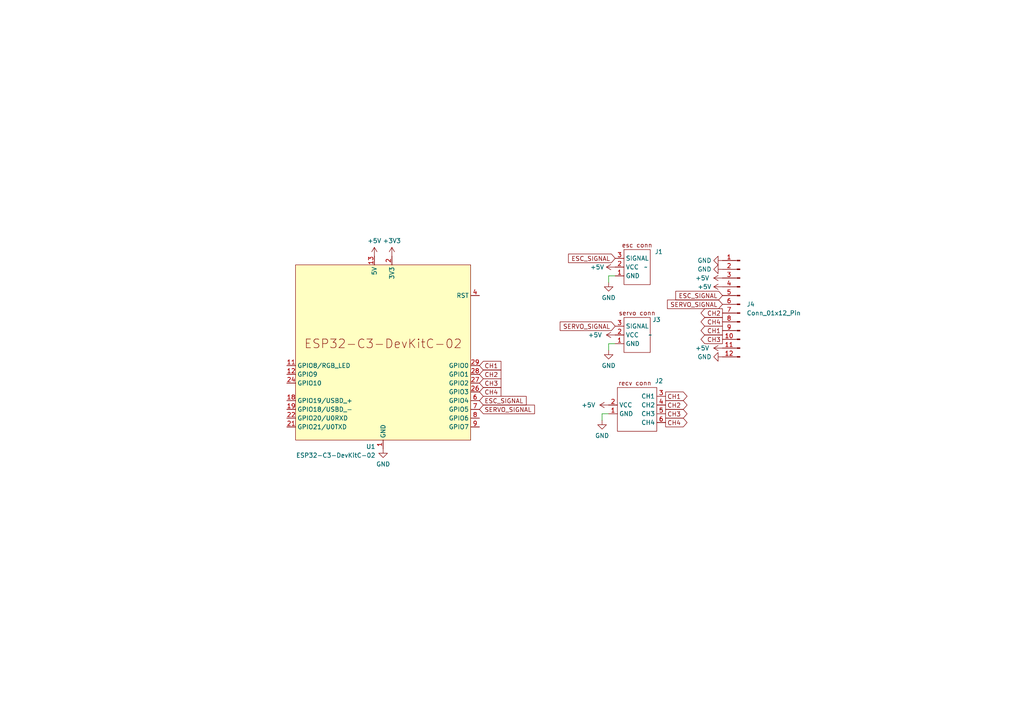
<source format=kicad_sch>
(kicad_sch (version 20230121) (generator eeschema)
  (paper "A4")
  (lib_symbols
    (symbol "Connector:Conn_01x12_Pin" (pin_names (offset 1.016) hide)
      (property "Reference" "J" (at 0 15.24 0))
      (property "Value" "Conn_01x12_Pin" (at 0 -17.78 0))
      (symbol "Conn_01x12_Pin_1_1"
        (polyline (pts (xy 1.27 -15.24) (xy 0.8636 -15.24)) (stroke (width 0.1524)))
        (polyline (pts (xy 1.27 -12.7) (xy 0.8636 -12.7)) (stroke (width 0.1524)))
        (polyline (pts (xy 1.27 -10.16) (xy 0.8636 -10.16)) (stroke (width 0.1524)))
        (polyline (pts (xy 1.27 -7.62) (xy 0.8636 -7.62)) (stroke (width 0.1524)))
        (polyline (pts (xy 1.27 -5.08) (xy 0.8636 -5.08)) (stroke (width 0.1524)))
        (polyline (pts (xy 1.27 -2.54) (xy 0.8636 -2.54)) (stroke (width 0.1524)))
        (polyline (pts (xy 1.27 0) (xy 0.8636 0)) (stroke (width 0.1524)))
        (polyline (pts (xy 1.27 2.54) (xy 0.8636 2.54)) (stroke (width 0.1524)))
        (polyline (pts (xy 1.27 5.08) (xy 0.8636 5.08)) (stroke (width 0.1524)))
        (polyline (pts (xy 1.27 7.62) (xy 0.8636 7.62)) (stroke (width 0.1524)))
        (polyline (pts (xy 1.27 10.16) (xy 0.8636 10.16)) (stroke (width 0.1524)))
        (polyline (pts (xy 1.27 12.7) (xy 0.8636 12.7)) (stroke (width 0.1524)))
        (rectangle (start 0.8636 -15.113) (end 0 -15.367) (stroke (width 0.1524)) (fill (type outline)))
        (rectangle (start 0.8636 -12.573) (end 0 -12.827) (stroke (width 0.1524)) (fill (type outline)))
        (rectangle (start 0.8636 -10.033) (end 0 -10.287) (stroke (width 0.1524)) (fill (type outline)))
        (rectangle (start 0.8636 -7.493) (end 0 -7.747) (stroke (width 0.1524)) (fill (type outline)))
        (rectangle (start 0.8636 -4.953) (end 0 -5.207) (stroke (width 0.1524)) (fill (type outline)))
        (rectangle (start 0.8636 -2.413) (end 0 -2.667) (stroke (width 0.1524)) (fill (type outline)))
        (rectangle (start 0.8636 0.127) (end 0 -0.127) (stroke (width 0.1524)) (fill (type outline)))
        (rectangle (start 0.8636 2.667) (end 0 2.413) (stroke (width 0.1524)) (fill (type outline)))
        (rectangle (start 0.8636 5.207) (end 0 4.953) (stroke (width 0.1524)) (fill (type outline)))
        (rectangle (start 0.8636 7.747) (end 0 7.493) (stroke (width 0.1524)) (fill (type outline)))
        (rectangle (start 0.8636 10.287) (end 0 10.033) (stroke (width 0.1524)) (fill (type outline)))
        (rectangle (start 0.8636 12.827) (end 0 12.573) (stroke (width 0.1524)) (fill (type outline)))
        (pin passive line (at 5.08 12.7 180) (length 3.81) (name "Pin_1") (number "1"))
        (pin passive line (at 5.08 -10.16 180) (length 3.81) (name "Pin_10") (number "10"))
        (pin passive line (at 5.08 -12.7 180) (length 3.81) (name "Pin_11") (number "11"))
        (pin passive line (at 5.08 -15.24 180) (length 3.81) (name "Pin_12") (number "12"))
        (pin passive line (at 5.08 10.16 180) (length 3.81) (name "Pin_2") (number "2"))
        (pin passive line (at 5.08 7.62 180) (length 3.81) (name "Pin_3") (number "3"))
        (pin passive line (at 5.08 5.08 180) (length 3.81) (name "Pin_4") (number "4"))
        (pin passive line (at 5.08 2.54 180) (length 3.81) (name "Pin_5") (number "5"))
        (pin passive line (at 5.08 0 180) (length 3.81) (name "Pin_6") (number "6"))
        (pin passive line (at 5.08 -2.54 180) (length 3.81) (name "Pin_7") (number "7"))
        (pin passive line (at 5.08 -5.08 180) (length 3.81) (name "Pin_8") (number "8"))
        (pin passive line (at 5.08 -7.62 180) (length 3.81) (name "Pin_9") (number "9"))
      )
    )
    (symbol "PCM_Espressif:ESP32-C3-DevKitC-02"
      (property "Reference" "U" (at -25.4 30.48 0))
      (property "Value" "ESP32-C3-DevKitC-02" (at -25.4 27.94 0))
      (symbol "ESP32-C3-DevKitC-02_0_1"
        (rectangle (start -25.4 25.4) (end 25.4 -25.4) (fill (type background)))
      )
      (symbol "ESP32-C3-DevKitC-02_1_0"
        (text "ESP32-C3-DevKitC-02" (at 0 2.54 0) (effects (font (size 2.54 2.54))))
      )
      (symbol "ESP32-C3-DevKitC-02_1_1"
        (pin passive line (at 0 -27.94 90) (length 2.54) (name "GND") (number "1"))
        (pin passive line (at 0 -27.94 90) (length 2.54) hide (name "GND") (number "10"))
        (pin bidirectional line (at 27.94 -3.81 180) (length 2.54) (name "GPIO8/RGB_LED") (number "11"))
        (pin bidirectional line (at 27.94 -6.35 180) (length 2.54) (name "GPIO9") (number "12"))
        (pin power_in line (at 2.54 27.94 270) (length 2.54) (name "5V") (number "13"))
        (pin power_in line (at 2.54 27.94 270) (length 2.54) hide (name "5V") (number "14"))
        (pin passive line (at 0 -27.94 90) (length 2.54) hide (name "GND") (number "15"))
        (pin passive line (at 0 -27.94 90) (length 2.54) hide (name "GND") (number "16"))
        (pin passive line (at 0 -27.94 90) (length 2.54) hide (name "GND") (number "17"))
        (pin bidirectional line (at 27.94 -13.97 180) (length 2.54) (name "GPIO19/USBD_+") (number "18"))
        (pin bidirectional line (at 27.94 -16.51 180) (length 2.54) (name "GPIO18/USBD_-") (number "19"))
        (pin power_in line (at -2.54 27.94 270) (length 2.54) (name "3V3") (number "2"))
        (pin passive line (at 0 -27.94 90) (length 2.54) hide (name "GND") (number "20"))
        (pin bidirectional line (at 27.94 -21.59 180) (length 2.54) (name "GPIO21/U0TXD") (number "21"))
        (pin bidirectional line (at 27.94 -19.05 180) (length 2.54) (name "GPIO20/U0RXD") (number "22"))
        (pin passive line (at 0 -27.94 90) (length 2.54) hide (name "GND") (number "23"))
        (pin bidirectional line (at 27.94 -8.89 180) (length 2.54) (name "GPIO10") (number "24"))
        (pin passive line (at 0 -27.94 90) (length 2.54) hide (name "GND") (number "25"))
        (pin bidirectional line (at -27.94 -11.43 0) (length 2.54) (name "GPIO3") (number "26"))
        (pin bidirectional line (at -27.94 -8.89 0) (length 2.54) (name "GPIO2") (number "27"))
        (pin bidirectional line (at -27.94 -6.35 0) (length 2.54) (name "GPIO1") (number "28"))
        (pin bidirectional line (at -27.94 -3.81 0) (length 2.54) (name "GPIO0") (number "29"))
        (pin power_in line (at -2.54 27.94 270) (length 2.54) hide (name "3V3") (number "3"))
        (pin passive line (at 0 -27.94 90) (length 2.54) hide (name "GND") (number "30"))
        (pin output line (at -27.94 16.51 0) (length 2.54) (name "RST") (number "4"))
        (pin passive line (at 0 -27.94 90) (length 2.54) hide (name "GND") (number "5"))
        (pin bidirectional line (at -27.94 -13.97 0) (length 2.54) (name "GPIO4") (number "6"))
        (pin bidirectional line (at -27.94 -16.51 0) (length 2.54) (name "GPIO5") (number "7"))
        (pin bidirectional line (at -27.94 -19.05 0) (length 2.54) (name "GPIO6") (number "8"))
        (pin bidirectional line (at -27.94 -21.59 0) (length 2.54) (name "GPIO7") (number "9"))
      )
    )
    (symbol "connettori_progetto:esc_conn"
      (property "Reference" "J" (at 5.08 3.81 0))
      (symbol "esc_conn_0_1"
        (rectangle (start -3.81 5.08) (end 3.81 -5.08))
      )
      (symbol "esc_conn_1_1"
        (text "esc conn" (at 0 6.35 0) (effects (font (size 1.27 1.27))))
        (pin power_out line (at -6.35 -2.54 0) (length 2.54) (name "GND") (number "1"))
        (pin power_out line (at -6.35 0 0) (length 2.54) (name "VCC") (number "2"))
        (pin input line (at -6.35 2.54 0) (length 2.54) (name "SIGNAL") (number "3"))
      )
    )
    (symbol "connettori_progetto:recv_conn"
      (property "Reference" "J" (at 0 7.62 0))
      (symbol "recv_conn_0_1"
        (rectangle (start -12.7 6.35) (end -1.27 -6.35))
      )
      (symbol "recv_conn_1_1"
        (text "recv conn" (at -7.62 7.62 0) (effects (font (size 1.27 1.27))))
        (pin power_in line (at -15.24 -1.27 0) (length 2.54) (name "GND") (number "1"))
        (pin power_in line (at -15.24 1.27 0) (length 2.54) (name "VCC") (number "2"))
        (pin output line (at 1.27 3.81 180) (length 2.54) (name "CH1") (number "3"))
        (pin output line (at 1.27 1.27 180) (length 2.54) (name "CH2") (number "4"))
        (pin output line (at 1.27 -1.27 180) (length 2.54) (name "CH3") (number "5"))
        (pin output line (at 1.27 -3.81 180) (length 2.54) (name "CH4") (number "6"))
      )
    )
    (symbol "connettori_progetto:servo_conn"
      (property "Reference" "J" (at 5.08 3.81 0))
      (symbol "servo_conn_0_1"
        (rectangle (start -3.81 5.08) (end 3.81 -5.08))
      )
      (symbol "servo_conn_1_1"
        (text "servo conn" (at 0 6.35 0) (effects (font (size 1.27 1.27))))
        (pin power_in line (at -6.35 -2.54 0) (length 2.54) (name "GND") (number "1"))
        (pin power_in line (at -6.35 0 0) (length 2.54) (name "VCC") (number "2"))
        (pin input line (at -6.35 2.54 0) (length 2.54) (name "SIGNAL") (number "3"))
      )
    )
    (symbol "power:+3V3" (power) (pin_names (offset 0))
      (property "Value" "+3V3" (at 0 3.556 0))
      (symbol "+3V3_0_1"
        (polyline (pts (xy -0.762 1.27) (xy 0 2.54)))
        (polyline (pts (xy 0 0) (xy 0 2.54)))
        (polyline (pts (xy 0 2.54) (xy 0.762 1.27)))
      )
      (symbol "+3V3_1_1"
        (pin power_in line (at 0 0 90) (length 0) hide (name "+3V3") (number "1"))
      )
    )
    (symbol "power:+5V" (power) (pin_names (offset 0))
      (property "Value" "+5V" (at 0 3.556 0))
      (symbol "+5V_0_1"
        (polyline (pts (xy -0.762 1.27) (xy 0 2.54)))
        (polyline (pts (xy 0 0) (xy 0 2.54)))
        (polyline (pts (xy 0 2.54) (xy 0.762 1.27)))
      )
      (symbol "+5V_1_1"
        (pin power_in line (at 0 0 90) (length 0) hide (name "+5V") (number "1"))
      )
    )
    (symbol "power:GND" (power) (pin_names (offset 0))
      (property "Value" "GND" (at 0 -3.81 0))
      (symbol "GND_0_1"
        (polyline (pts (xy 0 0) (xy 0 -1.27) (xy 1.27 -1.27) (xy 0 -2.54) (xy -1.27 -1.27) (xy 0 -1.27)))
      )
      (symbol "GND_1_1"
        (pin power_in line (at 0 0 270) (length 0) hide (name "GND") (number "1"))
      )
    )
  )
  (wire (pts (xy 174.625 121.92) (xy 174.625 120.015)))
  (wire (pts (xy 176.53 99.695) (xy 178.435 99.695)))
  (wire (pts (xy 176.53 81.915) (xy 176.53 80.01)))
  (wire (pts (xy 176.53 80.01) (xy 178.435 80.01)))
  (wire (pts (xy 174.625 120.015) (xy 176.53 120.015)))
  (wire (pts (xy 176.53 101.6) (xy 176.53 99.695)))
  (global_label "CH4" (shape output) (at 209.55 93.345 180) (property "Intersheetrefs" "${INTERSHEET_REFS}" (effects hide)))
  (global_label "SERVO_SIGNAL" (shape input) (at 178.435 94.615 180) (property "Intersheetrefs" "${INTERSHEET_REFS}" (effects hide)))
  (global_label "SERVO_SIGNAL" (shape input) (at 139.065 118.745 0) (property "Intersheetrefs" "${INTERSHEET_REFS}" (effects hide)))
  (global_label "CH2" (shape input) (at 139.065 108.585 0) (property "Intersheetrefs" "${INTERSHEET_REFS}" (effects hide)))
  (global_label "ESC_SIGNAL" (shape input) (at 209.55 85.725 180) (property "Intersheetrefs" "${INTERSHEET_REFS}" (effects hide)))
  (global_label "CH1" (shape input) (at 139.065 106.045 0) (property "Intersheetrefs" "${INTERSHEET_REFS}" (effects hide)))
  (global_label "CH1" (shape output) (at 209.55 95.885 180) (property "Intersheetrefs" "${INTERSHEET_REFS}" (effects hide)))
  (global_label "ESC_SIGNAL" (shape input) (at 139.065 116.205 0) (property "Intersheetrefs" "${INTERSHEET_REFS}" (effects hide)))
  (global_label "CH2" (shape output) (at 209.55 90.805 180) (property "Intersheetrefs" "${INTERSHEET_REFS}" (effects hide)))
  (global_label "SERVO_SIGNAL" (shape input) (at 209.55 88.265 180) (property "Intersheetrefs" "${INTERSHEET_REFS}" (effects hide)))
  (global_label "CH3" (shape input) (at 139.065 111.125 0) (property "Intersheetrefs" "${INTERSHEET_REFS}" (effects hide)))
  (global_label "CH4" (shape output) (at 193.04 122.555 0) (property "Intersheetrefs" "${INTERSHEET_REFS}" (effects hide)))
  (global_label "CH4" (shape input) (at 139.065 113.665 0) (property "Intersheetrefs" "${INTERSHEET_REFS}" (effects hide)))
  (global_label "ESC_SIGNAL" (shape input) (at 178.435 74.93 180) (property "Intersheetrefs" "${INTERSHEET_REFS}" (effects hide)))
  (global_label "CH1" (shape output) (at 193.04 114.935 0) (property "Intersheetrefs" "${INTERSHEET_REFS}" (effects hide)))
  (global_label "CH3" (shape output) (at 193.04 120.015 0) (property "Intersheetrefs" "${INTERSHEET_REFS}" (effects hide)))
  (global_label "CH2" (shape output) (at 193.04 117.475 0) (property "Intersheetrefs" "${INTERSHEET_REFS}" (effects hide)))
  (global_label "CH3" (shape output) (at 209.55 98.425 180) (property "Intersheetrefs" "${INTERSHEET_REFS}" (effects hide)))
  (symbol (lib_id "power:+3V3") (at 113.665 74.295 0) (unit 1)
    (property "Reference" "#PWR02" (effects hide))
    (property "Value" "+3V3" (at 113.665 69.85 0))
  )
  (symbol (lib_id "power:+5V") (at 209.55 83.185 90) (unit 1)
    (property "Reference" "#PWR011" (effects hide))
    (property "Value" "+5V" (at 206.375 83.185 90) (effects (justify left)))
  )
  (symbol (lib_id "Connector:Conn_01x12_Pin") (at 214.63 88.265 0) (mirror y) (unit 1)
    (property "Reference" "J4" (at 216.535 88.265 0) (effects (justify right)))
    (property "Value" "Conn_01x12_Pin" (at 216.535 90.805 0) (effects (justify right)))
    (property "Footprint" "Connector_PinHeader_2.54mm:PinHeader_2x06_P2.54mm_Horizontal" (effects hide))
  )
  (symbol (lib_id "PCM_Espressif:ESP32-C3-DevKitC-02") (at 111.125 102.235 0) (mirror y) (unit 1)
    (property "Reference" "U1" (at 108.9309 129.54 0) (effects (justify left)))
    (property "Value" "ESP32-C3-DevKitC-02" (at 108.9309 132.08 0) (effects (justify left)))
    (property "Footprint" "PCM_Espressif:ESP32-C3-DevKitC-02" (effects hide))
    (property "Datasheet" "https://www.espressif.com/sites/default/files/documentation/esp32-c3_datasheet_en.pdf" (effects hide))
  )
  (symbol (lib_id "power:GND") (at 209.55 103.505 270) (unit 1)
    (property "Reference" "#PWR014" (effects hide))
    (property "Value" "GND" (at 206.375 103.505 90) (effects (justify right)))
  )
  (symbol (lib_id "connettori_progetto:recv_conn") (at 191.77 118.745 0) (unit 1)
    (property "Reference" "J2" (at 191.135 110.49 0))
    (property "Value" "~" (at 191.77 118.745 0))
  )
  (symbol (lib_id "power:+5V") (at 178.435 97.155 90) (unit 1)
    (property "Reference" "#PWR05" (effects hide))
    (property "Value" "+5V" (at 174.625 97.155 90) (effects (justify left)))
  )
  (symbol (lib_id "connettori_progetto:esc_conn") (at 184.785 77.47 0) (unit 1)
    (property "Reference" "J1" (at 189.865 73.025 0) (effects (justify left)))
    (property "Value" "~" (at 187.325 77.47 0))
  )
  (symbol (lib_id "power:+5V") (at 209.55 80.645 90) (unit 1)
    (property "Reference" "#PWR012" (effects hide))
    (property "Value" "+5V" (at 205.74 80.645 90) (effects (justify left)))
  )
  (symbol (lib_id "power:+5V") (at 176.53 117.475 90) (unit 1)
    (property "Reference" "#PWR08" (effects hide))
    (property "Value" "+5V" (at 172.72 117.475 90) (effects (justify left)))
  )
  (symbol (lib_id "power:+5V") (at 209.55 100.965 90) (unit 1)
    (property "Reference" "#PWR015" (effects hide))
    (property "Value" "+5V" (at 205.74 100.965 90) (effects (justify left)))
  )
  (symbol (lib_id "power:GND") (at 209.55 78.105 270) (unit 1)
    (property "Reference" "#PWR013" (effects hide))
    (property "Value" "GND" (at 206.375 78.105 90) (effects (justify right)))
  )
  (symbol (lib_id "power:GND") (at 111.125 130.175 0) (unit 1)
    (property "Reference" "#PWR03" (effects hide))
    (property "Value" "GND" (at 111.125 134.62 0))
  )
  (symbol (lib_id "power:+5V") (at 178.435 77.47 90) (unit 1)
    (property "Reference" "#PWR04" (effects hide))
    (property "Value" "+5V" (at 175.26 77.47 90) (effects (justify left)))
  )
  (symbol (lib_id "power:+5V") (at 108.585 74.295 0) (unit 1)
    (property "Reference" "#PWR01" (effects hide))
    (property "Value" "+5V" (at 108.585 69.85 0))
  )
  (symbol (lib_id "power:GND") (at 176.53 101.6 0) (mirror y) (unit 1)
    (property "Reference" "#PWR06" (effects hide))
    (property "Value" "GND" (at 176.53 106.045 0))
  )
  (symbol (lib_id "connettori_progetto:servo_conn") (at 184.785 97.155 0) (unit 1)
    (property "Reference" "J3" (at 189.23 92.71 0) (effects (justify left)))
    (property "Value" "~" (at 188.595 97.155 0))
  )
  (symbol (lib_id "power:GND") (at 174.625 121.92 0) (mirror y) (unit 1)
    (property "Reference" "#PWR09" (effects hide))
    (property "Value" "GND" (at 174.625 126.365 0))
  )
  (symbol (lib_id "power:GND") (at 176.53 81.915 0) (unit 1)
    (property "Reference" "#PWR07" (effects hide))
    (property "Value" "GND" (at 176.53 86.36 0))
  )
  (symbol (lib_id "power:GND") (at 209.55 75.565 270) (unit 1)
    (property "Reference" "#PWR010" (effects hide))
    (property "Value" "GND" (at 206.375 75.565 90) (effects (justify right)))
  )
)
</source>
